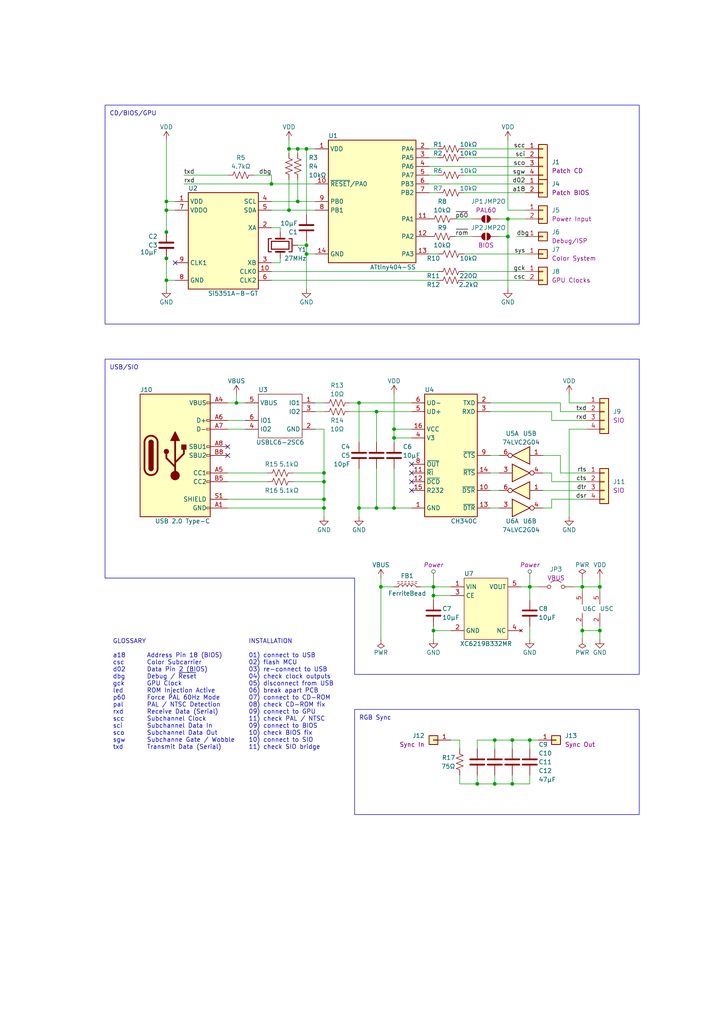
<source format=kicad_sch>
(kicad_sch (version 20231120) (generator "eeschema") (generator_version "8.0")
  (paper "A4" portrait)
  (title_block (title "PSX Modchip") (date "2024-07-09") (rev "0") (company "Ashlyn Black"))
  (lib_symbols
    (symbol "Ashlyns_Symbols:PWR" (power) (pin_numbers hide) (pin_names (offset 0) hide)
      (property "Value" "PWR" (at 0 3.81 0))
      (symbol "PWR_0_0"
        (pin power_out line (at 0 0 90) (length 0) (name "pwr") (number "1"))
      )
    )
    (symbol "Connector_Generic:Conn_01x01" (pin_names (offset 1.016) hide)
      (property "Reference" "J" (at 0 2.54 0))
      (property "Value" "Conn_01x01" (at 0 -2.54 0))
      (symbol "Conn_01x01_1_1"
        (pin passive line (at -5.08 0 0) (length 3.81) (name "Pin_1") (number "1"))
      )
    )
    (symbol "Connector_Generic:Conn_01x02" (pin_names (offset 1.016) hide)
      (property "Reference" "J" (at 0 2.54 0))
      (property "Value" "Conn_01x02" (at 0 -5.08 0))
      (symbol "Conn_01x02_1_1"
        (pin passive line (at -5.08 0 0) (length 3.81) (name "Pin_1") (number "1"))
        (pin passive line (at -5.08 -2.54 0) (length 3.81) (name "Pin_2") (number "2"))
      )
    )
    (symbol "Connector_Generic:Conn_01x04" (pin_names (offset 1.016) hide)
      (property "Reference" "J" (at 0 5.08 0))
      (property "Value" "Conn_01x04" (at 0 -7.62 0))
      (symbol "Conn_01x04_1_1"
        (pin passive line (at -5.08 2.54 0) (length 3.81) (name "Pin_1") (number "1"))
        (pin passive line (at -5.08 0 0) (length 3.81) (name "Pin_2") (number "2"))
        (pin passive line (at -5.08 -2.54 0) (length 3.81) (name "Pin_3") (number "3"))
        (pin passive line (at -5.08 -5.08 0) (length 3.81) (name "Pin_4") (number "4"))
      )
    )
    (symbol "Device:C" (pin_numbers hide) (pin_names (offset 0.254))
      (property "Reference" "C" (at 0.635 2.54 0))
      (property "Value" "C" (at 0.635 -2.54 0))
      (symbol "C_1_1"
        (pin passive line (at 0 3.81 270) (length 2.794) (name "~") (number "1"))
        (pin passive line (at 0 -3.81 90) (length 2.794) (name "~") (number "2"))
      )
    )
    (symbol "Device:L_Ferrite" (pin_numbers hide) (pin_names (offset 1.016) hide)
      (property "Reference" "L" (at -1.27 0 90))
      (property "Value" "L_Ferrite" (at 2.794 0 90))
      (symbol "L_Ferrite_1_1"
        (pin passive line (at 0 3.81 270) (length 1.27) (name "1") (number "1"))
        (pin passive line (at 0 -3.81 90) (length 1.27) (name "2") (number "2"))
      )
    )
    (symbol "Device:R_US" (pin_numbers hide) (pin_names (offset 0))
      (property "Reference" "R" (at 2.54 0 90))
      (property "Value" "R_US" (at -2.54 0 90))
      (symbol "R_US_1_1"
        (pin passive line (at 0 3.81 270) (length 1.27) (name "~") (number "1"))
        (pin passive line (at 0 -3.81 90) (length 1.27) (name "~") (number "2"))
      )
    )
    (symbol "Jumper:Jumper_2_Open" (pin_numbers hide) (pin_names (offset 0) hide) (exclude_from_sim yes)
      (property "Reference" "JP" (at 0 2.794 0))
      (property "Value" "Jumper_2_Open" (at 0 -2.286 0))
      (symbol "Jumper_2_Open_1_1"
        (pin passive line (at -5.08 0 0) (length 2.54) (name "A") (number "1"))
        (pin passive line (at 5.08 0 180) (length 2.54) (name "B") (number "2"))
      )
    )
    (symbol "Jumper:SolderJumper_2_Open" (pin_numbers hide) (pin_names (offset 0) hide) (exclude_from_sim yes) (in_bom no)
      (property "Reference" "JP" (at 0 2.032 0))
      (property "Value" "SolderJumper_2_Open" (at 0 -2.54 0))
      (symbol "SolderJumper_2_Open_1_1"
        (pin passive line (at -3.81 0 0) (length 2.54) (name "A") (number "1"))
        (pin passive line (at 3.81 0 180) (length 2.54) (name "B") (number "2"))
      )
    )
    (symbol "PSX_Mod:74LVC2G04" (pin_names hide)
      (property "Reference" "U" (at 0 1.27 0))
      (property "Value" "74LVC2G04" (at 0 -1.27 0))
      (symbol "74LVC2G04_1_0"
        (pin input line (at -6.35 0 0) (length 3.81) (name "A1") (number "1"))
        (pin output inverted (at 6.35 0 180) (length 3.81) (name "~{Y1}") (number "6"))
      )
      (symbol "74LVC2G04_2_0"
        (pin input line (at -6.35 0 0) (length 3.81) (name "A2") (number "3"))
        (pin output inverted (at 6.35 0 180) (length 3.81) (name "~{Y2}") (number "4"))
      )
      (symbol "74LVC2G04_3_0"
        (pin power_in line (at 0 -5.08 90) (length 3.81) (name "GND") (number "2"))
        (pin power_in line (at 0 5.08 270) (length 3.81) (name "VCC") (number "5"))
      )
    )
    (symbol "PSX_Mod:ATtiny404-SS"
      (property "Reference" "U" (at -12.7 16.51 0))
      (property "Value" "ATtiny404-SS" (at 12.7 -21.59 0))
      (symbol "ATtiny404-SS_1_1"
        (pin power_in line (at -16.51 12.7 0) (length 3.81) (name "VDD") (number "1"))
        (pin tri_state line (at -16.51 2.54 0) (length 3.81) (name "~{RESET}/PA0") (number "10"))
        (pin tri_state line (at 16.51 -7.62 180) (length 3.81) (name "PA1") (number "11"))
        (pin tri_state line (at 16.51 -12.7 180) (length 3.81) (name "PA2") (number "12"))
        (pin tri_state line (at 16.51 -17.78 180) (length 3.81) (name "PA3") (number "13"))
        (pin power_in line (at -16.51 -17.78 0) (length 3.81) (name "GND") (number "14"))
        (pin tri_state line (at 16.51 12.7 180) (length 3.81) (name "PA4") (number "2"))
        (pin tri_state line (at 16.51 10.16 180) (length 3.81) (name "PA5") (number "3"))
        (pin tri_state line (at 16.51 7.62 180) (length 3.81) (name "PA6") (number "4"))
        (pin tri_state line (at 16.51 5.08 180) (length 3.81) (name "PA7") (number "5"))
        (pin tri_state line (at 16.51 2.54 180) (length 3.81) (name "PB3") (number "6"))
        (pin tri_state line (at 16.51 0 180) (length 3.81) (name "PB2") (number "7"))
        (pin tri_state line (at -16.51 -5.08 0) (length 3.81) (name "PB1") (number "8"))
        (pin tri_state line (at -16.51 -2.54 0) (length 3.81) (name "PB0") (number "9"))
      )
    )
    (symbol "PSX_Mod:CH340C"
      (property "Reference" "U" (at -7.62 19.05 0))
      (property "Value" "CH340C" (at 7.62 -19.05 0))
      (symbol "CH340C_1_1"
        (pin power_in line (at -11.43 -15.24 0) (length 3.81) (name "GND") (number "1"))
        (pin input line (at 11.43 -10.16 180) (length 3.81) (name "~{DSR}") (number "10"))
        (pin input line (at -11.43 -5.08 0) (length 3.81) (name "~{RI}") (number "11"))
        (pin input line (at -11.43 -7.62 0) (length 3.81) (name "~{DCD}") (number "12"))
        (pin output line (at 11.43 -15.24 180) (length 3.81) (name "~{DTR}") (number "13"))
        (pin output line (at 11.43 -5.08 180) (length 3.81) (name "~{RTS}") (number "14"))
        (pin input line (at -11.43 -10.16 0) (length 3.81) (name "R232") (number "15"))
        (pin power_in line (at -11.43 7.62 0) (length 3.81) (name "VCC") (number "16"))
        (pin output line (at 11.43 15.24 180) (length 3.81) (name "TXD") (number "2"))
        (pin input line (at 11.43 12.7 180) (length 3.81) (name "RXD") (number "3"))
        (pin passive line (at -11.43 5.08 0) (length 3.81) (name "V3") (number "4"))
        (pin bidirectional line (at -11.43 12.7 0) (length 3.81) (name "UD+") (number "5"))
        (pin bidirectional line (at -11.43 15.24 0) (length 3.81) (name "UD-") (number "6"))
        (pin no_connect line (at -11.43 0 0) (length 3.81) hide (name "NC") (number "7"))
        (pin output line (at -11.43 -2.54 0) (length 3.81) (name "~{OUT}") (number "8"))
        (pin input line (at 11.43 0 180) (length 3.81) (name "~{CTS}") (number "9"))
      )
    )
    (symbol "PSX_Mod:Crystal" (pin_numbers hide) (pin_names (offset 1.016) hide)
      (property "Reference" "Y" (at 0 7.62 0))
      (property "Value" "Crystal" (at 0 5.08 0))
      (symbol "Crystal_1_1"
        (pin passive line (at -3.81 0 0) (length 1.27) (name "1") (number "1"))
        (pin power_in line (at 0 -5.08 90) (length 1.651) (name "GND") (number "2"))
        (pin passive line (at 3.81 0 180) (length 1.27) (name "3") (number "3"))
        (pin power_in line (at 0 -5.08 90) (length 1.651) hide (name "GND") (number "4"))
      )
    )
    (symbol "PSX_Mod:Si5351A-B-GT"
      (property "Reference" "U" (at -10.16 8.89 0))
      (property "Value" "Si5351A-B-GT" (at 10.16 -21.59 0))
      (symbol "Si5351A-B-GT_1_1"
        (pin power_in line (at -13.97 5.08 0) (length 3.81) (name "VDD") (number "1"))
        (pin output line (at 13.97 -15.24 180) (length 3.81) (name "CLK0") (number "10"))
        (pin input line (at 13.97 -2.54 180) (length 3.81) (name "XA") (number "2"))
        (pin input line (at 13.97 -12.7 180) (length 3.81) (name "XB") (number "3"))
        (pin input line (at 13.97 5.08 180) (length 3.81) (name "SCL") (number "4"))
        (pin bidirectional line (at 13.97 2.54 180) (length 3.81) (name "SDA") (number "5"))
        (pin output line (at 13.97 -17.78 180) (length 3.81) (name "CLK2") (number "6"))
        (pin power_in line (at -13.97 2.54 0) (length 3.81) (name "VDDO") (number "7"))
        (pin power_in line (at -13.97 -17.78 0) (length 3.81) (name "GND") (number "8"))
        (pin output line (at -13.97 -12.7 0) (length 3.81) (name "CLK1") (number "9"))
      )
    )
    (symbol "PSX_Mod:USBLC6_2SC6"
      (property "Reference" "U" (at -6.35 8.89 0))
      (property "Value" "USBLC6-2SC6" (at 0 -6.35 0))
      (symbol "USBLC6_2SC6_1_1"
        (pin passive line (at 10.16 5.08 180) (length 3.81) (name "IO1") (number "1"))
        (pin power_in line (at 10.16 -2.54 180) (length 3.81) (name "GND") (number "2"))
        (pin passive line (at 10.16 2.54 180) (length 3.81) (name "IO2") (number "3"))
        (pin passive line (at -10.16 -2.54 0) (length 3.81) (name "IO2") (number "4"))
        (pin power_in line (at -10.16 5.08 0) (length 3.81) (name "VBUS") (number "5"))
        (pin passive line (at -10.16 0 0) (length 3.81) (name "IO1") (number "6"))
      )
    )
    (symbol "PSX_Mod:XC6219B332MR"
      (property "Reference" "U" (at -6.35 8.89 0))
      (property "Value" "XC6219B332MR" (at 0 -11.43 0))
      (symbol "XC6219B332MR_1_1"
        (pin power_in line (at -10.16 5.08 0) (length 3.81) (name "VIN") (number "1"))
        (pin power_in line (at -10.16 -7.62 0) (length 3.81) (name "GND") (number "2"))
        (pin input line (at -10.16 2.54 0) (length 3.81) (name "CE") (number "3"))
        (pin no_connect line (at 10.16 -7.62 180) (length 3.81) (name "NC") (number "4"))
        (pin power_out line (at 10.16 5.08 180) (length 3.81) (name "VOUT") (number "5"))
      )
    )
    (symbol "USB_C_Receptacle_USB2.0_16P_1" (pin_names (offset 1.016))
      (property "Reference" "J" (at 0 22.225 0))
      (property "Value" "USB_C_Receptacle_USB2.0_16P" (at 0 19.685 0))
      (symbol "USB_C_Receptacle_USB2.0_16P_1_1_1"
        (pin passive line (at 15.24 -15.24 180) (length 5.08) (name "GND") (number "A1"))
        (pin passive line (at 15.24 -15.24 180) (length 5.08) hide (name "GND") (number "A12"))
        (pin passive line (at 15.24 15.24 180) (length 5.08) (name "VBUS") (number "A4"))
        (pin bidirectional line (at 15.24 -5.08 180) (length 5.08) (name "CC1") (number "A5"))
        (pin bidirectional line (at 15.24 10.16 180) (length 5.08) (name "D+") (number "A6"))
        (pin bidirectional line (at 15.24 7.62 180) (length 5.08) (name "D-") (number "A7"))
        (pin bidirectional line (at 15.24 2.54 180) (length 5.08) (name "SBU1") (number "A8"))
        (pin passive line (at 15.24 15.24 180) (length 5.08) hide (name "VBUS") (number "A9"))
        (pin passive line (at 15.24 -15.24 180) (length 5.08) hide (name "GND") (number "B1"))
        (pin passive line (at 15.24 -15.24 180) (length 5.08) hide (name "GND") (number "B12"))
        (pin passive line (at 15.24 15.24 180) (length 5.08) hide (name "VBUS") (number "B4"))
        (pin bidirectional line (at 15.24 -7.62 180) (length 5.08) (name "CC2") (number "B5"))
        (pin bidirectional line (at 15.24 10.16 180) (length 5.08) hide (name "D+") (number "B6"))
        (pin bidirectional line (at 15.24 7.62 180) (length 5.08) hide (name "D-") (number "B7"))
        (pin bidirectional line (at 15.24 0 180) (length 5.08) (name "SBU2") (number "B8"))
        (pin passive line (at 15.24 15.24 180) (length 5.08) hide (name "VBUS") (number "B9"))
        (pin passive line (at 15.24 -12.7 180) (length 5.08) (name "SHIELD") (number "S1"))
      )
    )
    (symbol "power:GND" (power) (pin_numbers hide) (pin_names (offset 0) hide)
      (property "Value" "GND" (at 0 -3.81 0))
      (symbol "GND_1_1"
        (pin power_in line (at 0 0 270) (length 0) (name "~") (number "1"))
      )
    )
    (symbol "power:VBUS" (power) (pin_numbers hide) (pin_names (offset 0) hide)
      (property "Value" "VBUS" (at 0 3.556 0))
      (symbol "VBUS_1_1"
        (pin power_in line (at 0 0 90) (length 0) (name "~") (number "1"))
      )
    )
    (symbol "power:VDD" (power) (pin_numbers hide) (pin_names (offset 0) hide)
      (property "Value" "VDD" (at 0 3.556 0))
      (symbol "VDD_1_1"
        (pin power_in line (at 0 0 90) (length 0) (name "~") (number "1"))
      )
    )
  )
  (junction (at 48.26 74.93))
  (junction (at 48.26 60.96))
  (junction (at 83.82 43.18))
  (junction (at 86.36 58.42))
  (junction (at 93.98 139.7))
  (junction (at 148.59 214.63))
  (junction (at 125.73 182.88))
  (junction (at 168.91 182.88))
  (junction (at 88.9 71.12))
  (junction (at 114.3 127))
  (junction (at 168.91 170.18))
  (junction (at 148.59 227.33))
  (junction (at 109.22 119.38))
  (junction (at 78.74 53.34))
  (junction (at 147.32 68.58))
  (junction (at 114.3 147.32))
  (junction (at 93.98 137.16))
  (junction (at 88.9 73.66))
  (junction (at 173.99 170.18))
  (junction (at 104.14 147.32))
  (junction (at 143.51 227.33))
  (junction (at 125.73 170.18))
  (junction (at 110.49 170.18))
  (junction (at 104.14 116.84))
  (junction (at 86.36 43.18))
  (junction (at 125.73 172.72))
  (junction (at 48.26 67.31))
  (junction (at 109.22 147.32))
  (junction (at 93.98 144.78))
  (junction (at 147.32 63.5))
  (junction (at 93.98 147.32))
  (junction (at 114.3 124.46))
  (junction (at 48.26 58.42))
  (junction (at 173.99 182.88))
  (junction (at 138.43 227.33))
  (junction (at 83.82 60.96))
  (junction (at 88.9 43.18))
  (junction (at 143.51 214.63))
  (junction (at 153.67 170.18))
  (junction (at 48.26 81.28))
  (junction (at 153.67 214.63))
  (junction (at 68.58 116.84))
  (no_connect (at 50.8 76.2))
  (no_connect (at 66.04 129.54))
  (no_connect (at 119.38 142.24))
  (no_connect (at 119.38 137.16))
  (no_connect (at 66.04 132.08))
  (no_connect (at 119.38 134.62))
  (no_connect (at 119.38 139.7))
  (wire (pts (xy 160.02 137.16) (xy 160.02 139.7)))
  (wire (pts (xy 83.82 52.07) (xy 83.82 60.96)))
  (wire (pts (xy 153.67 214.63) (xy 156.21 214.63)))
  (wire (pts (xy 168.91 170.18) (xy 173.99 170.18)))
  (wire (pts (xy 104.14 135.89) (xy 104.14 147.32)))
  (wire (pts (xy 78.74 60.96) (xy 83.82 60.96)))
  (wire (pts (xy 109.22 147.32) (xy 114.3 147.32)))
  (wire (pts (xy 142.24 142.24) (xy 144.78 142.24)))
  (wire (pts (xy 66.04 139.7) (xy 77.47 139.7)))
  (wire (pts (xy 143.51 214.63) (xy 148.59 214.63)))
  (wire (pts (xy 165.1 114.3) (xy 165.1 116.84)))
  (wire (pts (xy 68.58 114.3) (xy 68.58 116.84)))
  (wire (pts (xy 66.04 124.46) (xy 71.12 124.46)))
  (wire (pts (xy 142.24 116.84) (xy 162.56 116.84)))
  (wire (pts (xy 157.48 147.32) (xy 160.02 147.32)))
  (wire (pts (xy 48.26 74.93) (xy 48.26 81.28)))
  (wire (pts (xy 91.44 116.84) (xy 93.98 116.84)))
  (wire (pts (xy 109.22 135.89) (xy 109.22 147.32)))
  (wire (pts (xy 66.04 116.84) (xy 68.58 116.84)))
  (wire (pts (xy 86.36 52.07) (xy 86.36 58.42)))
  (wire (pts (xy 153.67 170.18) (xy 156.21 170.18)))
  (wire (pts (xy 110.49 170.18) (xy 110.49 185.42)))
  (wire (pts (xy 133.35 214.63) (xy 133.35 217.17)))
  (wire (pts (xy 78.74 76.2) (xy 81.28 76.2)))
  (wire (pts (xy 88.9 69.85) (xy 88.9 71.12)))
  (wire (pts (xy 160.02 147.32) (xy 160.02 144.78)))
  (wire (pts (xy 144.78 68.58) (xy 147.32 68.58)))
  (wire (pts (xy 78.74 53.34) (xy 91.44 53.34)))
  (wire (pts (xy 125.73 170.18) (xy 130.81 170.18)))
  (wire (pts (xy 66.04 144.78) (xy 93.98 144.78)))
  (wire (pts (xy 147.32 63.5) (xy 144.78 63.5)))
  (wire (pts (xy 66.04 137.16) (xy 77.47 137.16)))
  (wire (pts (xy 104.14 116.84) (xy 104.14 128.27)))
  (wire (pts (xy 124.46 50.8) (xy 127 50.8)))
  (wire (pts (xy 153.67 181.61) (xy 153.67 185.42)))
  (wire (pts (xy 78.74 81.28) (xy 127 81.28)))
  (wire (pts (xy 148.59 214.63) (xy 153.67 214.63)))
  (wire (pts (xy 93.98 144.78) (xy 93.98 147.32)))
  (wire (pts (xy 153.67 167.64) (xy 153.67 170.18)))
  (wire (pts (xy 88.9 73.66) (xy 91.44 73.66)))
  (wire (pts (xy 114.3 127) (xy 114.3 128.27)))
  (wire (pts (xy 133.35 224.79) (xy 133.35 227.33)))
  (wire (pts (xy 48.26 81.28) (xy 48.26 83.82)))
  (wire (pts (xy 125.73 172.72) (xy 130.81 172.72)))
  (wire (pts (xy 173.99 181.61) (xy 173.99 182.88)))
  (wire (pts (xy 83.82 44.45) (xy 83.82 43.18)))
  (wire (pts (xy 142.24 147.32) (xy 144.78 147.32)))
  (wire (pts (xy 160.02 121.92) (xy 170.18 121.92)))
  (wire (pts (xy 93.98 139.7) (xy 93.98 144.78)))
  (wire (pts (xy 138.43 214.63) (xy 143.51 214.63)))
  (wire (pts (xy 93.98 124.46) (xy 93.98 137.16)))
  (wire (pts (xy 114.3 135.89) (xy 114.3 147.32)))
  (wire (pts (xy 173.99 170.18) (xy 173.99 171.45)))
  (wire (pts (xy 91.44 119.38) (xy 93.98 119.38)))
  (wire (pts (xy 138.43 224.79) (xy 138.43 227.33)))
  (wire (pts (xy 73.66 50.8) (xy 78.74 50.8)))
  (wire (pts (xy 147.32 60.96) (xy 152.4 60.96)))
  (wire (pts (xy 101.6 119.38) (xy 109.22 119.38)))
  (wire (pts (xy 86.36 43.18) (xy 88.9 43.18)))
  (wire (pts (xy 137.16 63.5) (xy 132.08 63.5)))
  (wire (pts (xy 148.59 224.79) (xy 148.59 227.33)))
  (wire (pts (xy 93.98 147.32) (xy 93.98 149.86)))
  (polyline (pts (xy 30.48 104.14) (xy 185.42 104.14)))
  (wire (pts (xy 104.14 147.32) (xy 104.14 149.86)))
  (wire (pts (xy 157.48 137.16) (xy 160.02 137.16)))
  (wire (pts (xy 134.62 50.8) (xy 152.4 50.8)))
  (wire (pts (xy 125.73 170.18) (xy 125.73 172.72)))
  (wire (pts (xy 151.13 170.18) (xy 153.67 170.18)))
  (wire (pts (xy 130.81 182.88) (xy 125.73 182.88)))
  (wire (pts (xy 93.98 137.16) (xy 93.98 139.7)))
  (wire (pts (xy 101.6 116.84) (xy 104.14 116.84)))
  (wire (pts (xy 147.32 40.64) (xy 147.32 60.96)))
  (wire (pts (xy 86.36 71.12) (xy 88.9 71.12)))
  (wire (pts (xy 104.14 147.32) (xy 109.22 147.32)))
  (wire (pts (xy 173.99 167.64) (xy 173.99 170.18)))
  (wire (pts (xy 88.9 73.66) (xy 88.9 83.82)))
  (wire (pts (xy 168.91 170.18) (xy 168.91 171.45)))
  (wire (pts (xy 157.48 132.08) (xy 162.56 132.08)))
  (wire (pts (xy 170.18 124.46) (xy 165.1 124.46)))
  (wire (pts (xy 138.43 217.17) (xy 138.43 214.63)))
  (wire (pts (xy 88.9 71.12) (xy 88.9 73.66)))
  (wire (pts (xy 109.22 119.38) (xy 119.38 119.38)))
  (wire (pts (xy 48.26 40.64) (xy 48.26 58.42)))
  (wire (pts (xy 143.51 224.79) (xy 143.51 227.33)))
  (wire (pts (xy 110.49 167.64) (xy 110.49 170.18)))
  (wire (pts (xy 166.37 170.18) (xy 168.91 170.18)))
  (wire (pts (xy 165.1 116.84) (xy 170.18 116.84)))
  (wire (pts (xy 124.46 73.66) (xy 127 73.66)))
  (wire (pts (xy 48.26 81.28) (xy 50.8 81.28)))
  (wire (pts (xy 134.62 81.28) (xy 152.4 81.28)))
  (polyline (pts (xy 185.42 104.14) (xy 185.42 195.58)))
  (wire (pts (xy 114.3 124.46) (xy 119.38 124.46)))
  (wire (pts (xy 134.62 73.66) (xy 152.4 73.66)))
  (wire (pts (xy 114.3 127) (xy 119.38 127)))
  (wire (pts (xy 168.91 181.61) (xy 168.91 182.88)))
  (wire (pts (xy 134.62 55.88) (xy 152.4 55.88)))
  (wire (pts (xy 147.32 63.5) (xy 152.4 63.5)))
  (wire (pts (xy 81.28 66.04) (xy 81.28 67.31)))
  (wire (pts (xy 160.02 144.78) (xy 170.18 144.78)))
  (wire (pts (xy 124.46 43.18) (xy 127 43.18)))
  (wire (pts (xy 142.24 137.16) (xy 144.78 137.16)))
  (wire (pts (xy 162.56 119.38) (xy 170.18 119.38)))
  (wire (pts (xy 157.48 142.24) (xy 170.18 142.24)))
  (wire (pts (xy 68.58 116.84) (xy 71.12 116.84)))
  (wire (pts (xy 143.51 227.33) (xy 148.59 227.33)))
  (wire (pts (xy 48.26 58.42) (xy 50.8 58.42)))
  (polyline (pts (xy 185.42 195.58) (xy 102.87 195.58)))
  (wire (pts (xy 133.35 227.33) (xy 138.43 227.33)))
  (wire (pts (xy 114.3 124.46) (xy 114.3 127)))
  (wire (pts (xy 162.56 137.16) (xy 170.18 137.16)))
  (wire (pts (xy 78.74 53.34) (xy 78.74 50.8)))
  (wire (pts (xy 125.73 182.88) (xy 125.73 181.61)))
  (wire (pts (xy 78.74 66.04) (xy 81.28 66.04)))
  (wire (pts (xy 78.74 58.42) (xy 86.36 58.42)))
  (wire (pts (xy 137.16 68.58) (xy 132.08 68.58)))
  (wire (pts (xy 88.9 43.18) (xy 91.44 43.18)))
  (wire (pts (xy 147.32 68.58) (xy 147.32 83.82)))
  (wire (pts (xy 143.51 214.63) (xy 143.51 217.17)))
  (wire (pts (xy 134.62 78.74) (xy 152.4 78.74)))
  (wire (pts (xy 124.46 45.72) (xy 127 45.72)))
  (wire (pts (xy 125.73 182.88) (xy 125.73 185.42)))
  (wire (pts (xy 83.82 40.64) (xy 83.82 43.18)))
  (wire (pts (xy 124.46 48.26) (xy 152.4 48.26)))
  (wire (pts (xy 160.02 119.38) (xy 160.02 121.92)))
  (wire (pts (xy 121.92 170.18) (xy 125.73 170.18)))
  (wire (pts (xy 48.26 67.31) (xy 48.26 60.96)))
  (wire (pts (xy 86.36 43.18) (xy 86.36 44.45)))
  (wire (pts (xy 165.1 124.46) (xy 165.1 149.86)))
  (wire (pts (xy 66.04 121.92) (xy 71.12 121.92)))
  (wire (pts (xy 124.46 53.34) (xy 152.4 53.34)))
  (wire (pts (xy 149.86 68.58) (xy 152.4 68.58)))
  (wire (pts (xy 153.67 224.79) (xy 153.67 227.33)))
  (wire (pts (xy 134.62 43.18) (xy 152.4 43.18)))
  (wire (pts (xy 160.02 139.7) (xy 170.18 139.7)))
  (polyline (pts (xy 102.87 167.64) (xy 30.48 167.64)))
  (wire (pts (xy 142.24 119.38) (xy 160.02 119.38)))
  (wire (pts (xy 125.73 167.64) (xy 125.73 170.18)))
  (wire (pts (xy 162.56 116.84) (xy 162.56 119.38)))
  (wire (pts (xy 91.44 124.46) (xy 93.98 124.46)))
  (wire (pts (xy 85.09 137.16) (xy 93.98 137.16)))
  (wire (pts (xy 88.9 43.18) (xy 88.9 62.23)))
  (wire (pts (xy 162.56 132.08) (xy 162.56 137.16)))
  (wire (pts (xy 124.46 55.88) (xy 127 55.88)))
  (wire (pts (xy 86.36 58.42) (xy 91.44 58.42)))
  (wire (pts (xy 114.3 114.3) (xy 114.3 124.46)))
  (wire (pts (xy 173.99 182.88) (xy 173.99 185.42)))
  (wire (pts (xy 85.09 139.7) (xy 93.98 139.7)))
  (wire (pts (xy 53.34 53.34) (xy 78.74 53.34)))
  (wire (pts (xy 48.26 60.96) (xy 50.8 60.96)))
  (wire (pts (xy 130.81 214.63) (xy 133.35 214.63)))
  (wire (pts (xy 147.32 63.5) (xy 147.32 68.58)))
  (wire (pts (xy 48.26 60.96) (xy 48.26 58.42)))
  (wire (pts (xy 104.14 116.84) (xy 119.38 116.84)))
  (wire (pts (xy 142.24 132.08) (xy 144.78 132.08)))
  (wire (pts (xy 109.22 119.38) (xy 109.22 128.27)))
  (polyline (pts (xy 30.48 104.14) (xy 30.48 167.64)))
  (wire (pts (xy 168.91 182.88) (xy 173.99 182.88)))
  (wire (pts (xy 168.91 167.64) (xy 168.91 170.18)))
  (wire (pts (xy 81.28 76.2) (xy 81.28 74.93)))
  (wire (pts (xy 138.43 227.33) (xy 143.51 227.33)))
  (wire (pts (xy 53.34 50.8) (xy 66.04 50.8)))
  (wire (pts (xy 66.04 147.32) (xy 93.98 147.32)))
  (wire (pts (xy 83.82 43.18) (xy 86.36 43.18)))
  (wire (pts (xy 125.73 172.72) (xy 125.73 173.99)))
  (wire (pts (xy 153.67 214.63) (xy 153.67 217.17)))
  (wire (pts (xy 114.3 147.32) (xy 119.38 147.32)))
  (wire (pts (xy 134.62 45.72) (xy 152.4 45.72)))
  (wire (pts (xy 83.82 60.96) (xy 91.44 60.96)))
  (wire (pts (xy 148.59 217.17) (xy 148.59 214.63)))
  (polyline (pts (xy 102.87 195.58) (xy 102.87 167.64)))
  (wire (pts (xy 78.74 78.74) (xy 127 78.74)))
  (wire (pts (xy 153.67 170.18) (xy 153.67 173.99)))
  (wire (pts (xy 110.49 170.18) (xy 114.3 170.18)))
  (wire (pts (xy 168.91 182.88) (xy 168.91 185.42)))
  (wire (pts (xy 148.59 227.33) (xy 153.67 227.33)))
  (rectangle (start 30.48 30.48) (end 185.42 93.98))
  (rectangle (start 102.87 205.74) (end 185.42 236.22))
  (text_box "GLOSSARY\n\na18		Address Pin 18 (BIOS)\ncsc		Color Subcarrier\nd02		Data Pin 2 (BIOS)\ndbg		Debug / ~{Reset}\ngck		GPU Clock\nled		ROM Injection Active\np60		Force PAL 60Hz Mode\npal		PAL / NTSC Detection\nrxd		Receive Data (Serial)\nscc		Subchannel Clock\nsci		Subchannel Data In\nsco		Subchannel Data Out\nsgw		Subchanne Gate / Wobble\ntxd		Transmit Data (Serial)" (at 31.75 184.15 0) (size 38.1 34.29) (stroke (width -0.0001)) (effects (font (size 1.27 1.27)) (justify left top)))
  (text_box "INSTALLATION\n\n01) connect to USB\n02) flash MCU\n03) re-connect to USB\n04) check clock outputs\n05) disconnect from USB\n06) break apart PCB\n07) connect to CD-ROM\n08) check CD-ROM fix\n09) connect to GPU\n11) check PAL / NTSC\n09) connect to BIOS\n10) check BIOS fix\n10) connect to SIO\n11) check SIO bridge" (at 71.12 184.15 0) (size 38.1 34.29) (stroke (width -0.0001)) (effects (font (size 1.27 1.27)) (justify left top)))
  (text "CD/BIOS/GPU" (at 31.75 33.02 0) (effects (font (size 1.27 1.27)) (justify left)))
  (text "USB/SIO" (at 31.75 106.68 0) (effects (font (size 1.27 1.27)) (justify left)))
  (text "RGB Sync" (at 104.14 208.28 0) (effects (font (size 1.27 1.27)) (justify left)))
  (label "d02" (at 152.4 53.34 180))
  (label "cts" (at 170.18 139.7 180))
  (label "~{rom}" (at 132.08 68.58 0))
  (label "sgw" (at 152.4 50.8 180))
  (label "gck" (at 152.4 78.74 180))
  (label "rts" (at 170.18 137.16 180))
  (label "sys" (at 152.4 73.66 180))
  (label "dsr" (at 170.18 144.78 180))
  (label "a18" (at 152.4 55.88 180))
  (label "rxd" (at 53.34 53.34 0))
  (label "txd" (at 53.34 50.8 0))
  (label "~{p60}" (at 132.08 63.5 0))
  (label "sco" (at 152.4 48.26 180))
  (label "rxd" (at 170.18 121.92 180))
  (label "dbg" (at 149.86 68.58 0))
  (label "dtr" (at 170.18 142.24 180))
  (label "dbg" (at 78.74 50.8 180))
  (label "sci" (at 152.4 45.72 180))
  (label "scc" (at 152.4 43.18 180))
  (label "txd" (at 170.18 119.38 180))
  (label "csc" (at 152.4 81.28 180))
  (netclass_flag "" (length 1.905) (shape round) (at 153.67 167.64 0) (property "Netclass" "Power" (at 153.67 163.83 0) (effects (font (italic yes)))))
  (netclass_flag "" (length 1.905) (shape round) (at 125.73 167.64 0) (property "Netclass" "Power" (at 125.73 163.83 0) (effects (font (italic yes)))))
  (symbol (lib_id "Connector_Generic:Conn_01x02") (at 157.48 78.74 0) (unit 1) (in_bom no)
    (property "Reference" "J8" (at 160.02 78.74 0) (effects (justify left)))
    (property "Value" "Conn_01x02" (effects (hide yes)))
    (property "Footprint" "PSX_Mod:CONN-SMD_2P" (effects (hide yes)))
    (property "Description" "Generic connector, single row, 01x02, script generated (kicad-library-utils/schlib/autogen/connector/)" (effects (hide yes)))
    (property "Function" "GPU Clocks" (at 160.02 81.28 0) (effects (justify left)))
  )
  (symbol (lib_id "PSX_Mod:CH340C") (at 130.81 132.08 0) (unit 1)
    (property "Reference" "U4" (at 123.19 113.03 0) (effects (justify left)))
    (property "Value" "CH340C" (at 138.43 151.13 0) (effects (justify right)))
    (property "Footprint" "Package_SO:SOIC-16_3.9x9.9mm_P1.27mm" (effects (hide yes)))
    (property "Description" "USB serial converter, UART, SOIC-16" (effects (hide yes)))
  )
  (symbol (lib_id "power:VBUS") (at 110.49 167.64 0) (unit 1)
    (property "Reference" "#PWR013" (effects (hide yes)))
    (property "Value" "VBUS" (at 110.49 163.83 0))
    (property "Description" "Power symbol creates a global label with name \"VBUS\"" (effects (hide yes)))
  )
  (symbol (lib_id "power:GND") (at 125.73 185.42 0) (unit 1)
    (property "Reference" "#PWR015" (effects (hide yes)))
    (property "Value" "GND" (at 125.73 189.23 0))
    (property "Description" "Power symbol creates a global label with name \"GND\" , ground" (effects (hide yes)))
  )
  (symbol (lib_id "power:VDD") (at 83.82 40.64 0) (unit 1)
    (property "Reference" "#PWR02" (effects (hide yes)))
    (property "Value" "VDD" (at 83.82 36.83 0))
    (property "Description" "Power symbol creates a global label with name \"VDD\"" (effects (hide yes)))
  )
  (symbol (lib_id "power:VDD") (at 165.1 114.3 0) (unit 1)
    (property "Reference" "#PWR09" (effects (hide yes)))
    (property "Value" "VDD" (at 165.1 110.49 0))
    (property "Description" "Power symbol creates a global label with name \"VDD\"" (effects (hide yes)))
  )
  (symbol (lib_id "power:VDD") (at 48.26 40.64 0) (unit 1)
    (property "Reference" "#PWR01" (effects (hide yes)))
    (property "Value" "VDD" (at 48.26 36.83 0))
    (property "Description" "Power symbol creates a global label with name \"VDD\"" (effects (hide yes)))
  )
  (symbol (lib_id "Connector_Generic:Conn_01x01") (at 125.73 214.63 0) (mirror y) (unit 1) (in_bom no)
    (property "Reference" "J12" (at 123.19 213.36 0) (effects (justify left)))
    (property "Value" "Conn_01x01" (effects (hide yes)))
    (property "Footprint" "PSX_Mod:CONN-SMD_1P" (effects (hide yes)))
    (property "Description" "Generic connector, single row, 01x01, script generated (kicad-library-utils/schlib/autogen/connector/)" (effects (hide yes)))
    (property "Function" "Sync In" (at 123.19 215.9 0) (effects (justify left)))
  )
  (symbol (lib_id "PSX_Mod:74LVC2G04") (at 151.13 147.32 0) (unit 2)
    (property "Reference" "U6" (at 153.67 151.13 0))
    (property "Value" "74LVC2G04" (effects (hide yes)))
    (property "Footprint" "Package_TO_SOT_SMD:SOT-23-6" (effects (hide yes)))
    (property "Description" "Dual Inverter" (effects (hide yes)))
  )
  (symbol (lib_id "Device:R_US") (at 69.85 50.8 90) (unit 1)
    (property "Reference" "R5" (at 69.85 45.72 90))
    (property "Value" "4.7kΩ" (at 69.85 48.26 90))
    (property "Footprint" "Resistor_SMD:R_0603_1608Metric_Pad0.98x0.95mm_HandSolder" (effects (hide yes)))
    (property "Description" "Resistor, US symbol" (effects (hide yes)))
  )
  (symbol (lib_id "Ashlyns_Symbols:PWR") (at 110.49 185.42 180) (unit 1)
    (property "Reference" "#FLG02" (effects (hide yes)))
    (property "Value" "PWR" (at 110.49 189.23 0))
    (property "Description" "Special symbol for telling ERC where power comes from" (effects (hide yes)))
  )
  (symbol (lib_id "Device:C") (at 143.51 220.98 0) (unit 1)
    (property "Reference" "C10" (at 156.21 218.44 0) (effects (justify left)))
    (property "Value" "47µF" (effects (hide yes)))
    (property "Footprint" "Capacitor_SMD:C_1206_3216Metric_Pad1.33x1.80mm_HandSolder" (effects (hide yes)))
    (property "Description" "Unpolarized capacitor" (effects (hide yes)))
  )
  (symbol (lib_id "Device:C") (at 125.73 177.8 0) (unit 1)
    (property "Reference" "C7" (at 128.27 176.53 0) (effects (justify left)))
    (property "Value" "10µF" (at 128.27 179.07 0) (effects (justify left)))
    (property "Footprint" "Capacitor_SMD:C_0603_1608Metric_Pad1.08x0.95mm_HandSolder" (effects (hide yes)))
    (property "Description" "Unpolarized capacitor" (effects (hide yes)))
  )
  (symbol (lib_id "Device:R_US") (at 130.81 78.74 90) (unit 1)
    (property "Reference" "R11" (at 125.73 80.01 90))
    (property "Value" "220Ω" (at 135.89 80.01 90))
    (property "Footprint" "Resistor_SMD:R_0603_1608Metric_Pad0.98x0.95mm_HandSolder" (effects (hide yes)))
    (property "Description" "Resistor, US symbol" (effects (hide yes)))
  )
  (symbol (lib_id "power:VDD") (at 147.32 40.64 0) (unit 1)
    (property "Reference" "#PWR03" (effects (hide yes)))
    (property "Value" "VDD" (at 147.32 36.83 0))
    (property "Description" "Power symbol creates a global label with name \"VDD\"" (effects (hide yes)))
  )
  (symbol (lib_id "Device:R_US") (at 130.81 43.18 90) (unit 1)
    (property "Reference" "R1" (at 127 41.91 90))
    (property "Value" "10kΩ" (at 135.89 41.91 90))
    (property "Footprint" "Resistor_SMD:R_0603_1608Metric_Pad0.98x0.95mm_HandSolder" (effects (hide yes)))
    (property "Description" "Resistor, US symbol" (effects (hide yes)))
  )
  (symbol (lib_id "Device:R_US") (at 133.35 220.98 180) (unit 1)
    (property "Reference" "R17" (at 132.08 219.71 0) (effects (justify left)))
    (property "Value" "75Ω" (at 132.08 222.25 0) (effects (justify left)))
    (property "Footprint" "Resistor_SMD:R_1206_3216Metric_Pad1.30x1.75mm_HandSolder" (effects (hide yes)))
    (property "Description" "Resistor, US symbol" (effects (hide yes)))
  )
  (symbol (lib_id "power:VBUS") (at 68.58 114.3 0) (unit 1)
    (property "Reference" "#PWR07" (effects (hide yes)))
    (property "Value" "VBUS" (at 68.58 110.49 0))
    (property "Description" "Power symbol creates a global label with name \"VBUS\"" (effects (hide yes)))
  )
  (symbol (lib_id "PSX_Mod:XC6219B332MR") (at 140.97 175.26 0) (unit 1)
    (property "Reference" "U7" (at 134.62 166.37 0) (effects (justify left)))
    (property "Value" "XC6219B332MR" (at 140.97 186.69 0))
    (property "Footprint" "Package_TO_SOT_SMD:SOT-23-5" (effects (hide yes)))
  )
  (symbol (lib_id "PSX_Mod:ATtiny404-SS") (at 107.95 55.88 0) (unit 1)
    (property "Reference" "U1" (at 95.25 39.37 0) (effects (justify left)))
    (property "Value" "ATtiny404-SS" (at 120.65 77.47 0) (effects (justify right)))
    (property "Footprint" "Package_SO:SOIC-14_3.9x8.7mm_P1.27mm" (effects (hide yes)))
    (property "Datasheet" "http://ww1.microchip.com/downloads/en/DeviceDoc/50002687A.pdf" (effects (hide yes)))
    (property "Description" "20MHz, 4kB Flash, 256B SRAM, 128B EEPROM, SOIC-14" (effects (hide yes)))
  )
  (symbol (lib_id "Device:R_US") (at 130.81 81.28 90) (unit 1)
    (property "Reference" "R12" (at 125.73 82.55 90))
    (property "Value" "2.2kΩ" (at 135.89 82.55 90))
    (property "Footprint" "Resistor_SMD:R_0603_1608Metric_Pad0.98x0.95mm_HandSolder" (effects (hide yes)))
    (property "Description" "Resistor, US symbol" (effects (hide yes)))
  )
  (symbol (lib_id "Device:R_US") (at 86.36 48.26 0) (unit 1)
    (property "Reference" "R4" (at 89.535 48.26 0) (effects (justify left)))
    (property "Value" "10kΩ" (effects (hide yes)))
    (property "Footprint" "Resistor_SMD:R_0603_1608Metric_Pad0.98x0.95mm_HandSolder" (effects (hide yes)))
    (property "Description" "Resistor, US symbol" (effects (hide yes)))
  )
  (symbol (lib_id "Device:R_US") (at 128.27 63.5 90) (unit 1)
    (property "Reference" "R8" (at 128.27 58.42 90))
    (property "Value" "10kΩ" (at 128.27 60.96 90))
    (property "Footprint" "Resistor_SMD:R_0603_1608Metric_Pad0.98x0.95mm_HandSolder" (effects (hide yes)))
    (property "Description" "Resistor, US symbol" (effects (hide yes)))
  )
  (symbol (lib_id "Device:R_US") (at 97.79 116.84 90) (unit 1)
    (property "Reference" "R13" (at 97.79 111.76 90))
    (property "Value" "10Ω" (at 97.79 114.3 90))
    (property "Footprint" "Resistor_SMD:R_0603_1608Metric_Pad0.98x0.95mm_HandSolder" (effects (hide yes)))
    (property "Description" "Resistor, US symbol" (effects (hide yes)))
  )
  (symbol (lib_id "power:VDD") (at 173.99 167.64 0) (unit 1)
    (property "Reference" "#PWR014" (effects (hide yes)))
    (property "Value" "VDD" (at 173.99 163.83 0))
    (property "Description" "Power symbol creates a global label with name \"VDD\"" (effects (hide yes)))
  )
  (symbol (lib_id "power:VDD") (at 114.3 114.3 0) (unit 1)
    (property "Reference" "#PWR08" (effects (hide yes)))
    (property "Value" "VDD" (at 114.3 110.49 0))
    (property "Description" "Power symbol creates a global label with name \"VDD\"" (effects (hide yes)))
  )
  (symbol (lib_id "Connector_Generic:Conn_01x01") (at 157.48 68.58 0) (unit 1) (in_bom no)
    (property "Reference" "J6" (at 160.02 67.31 0) (effects (justify left)))
    (property "Value" "Conn_01x01" (effects (hide yes)))
    (property "Footprint" "PSX_Mod:CONN-SMD_1P" (effects (hide yes)))
    (property "Description" "Generic connector, single row, 01x01, script generated (kicad-library-utils/schlib/autogen/connector/)" (effects (hide yes)))
    (property "Function" "Debug/ISP" (at 160.02 69.85 0) (effects (justify left)))
  )
  (symbol (lib_id "PSX_Mod:74LVC2G04") (at 151.13 137.16 0) (unit 2)
    (property "Reference" "U5" (at 153.67 125.73 0))
    (property "Value" "74LVC2G04" (effects (hide yes)))
    (property "Footprint" "Package_TO_SOT_SMD:SOT-23-6" (effects (hide yes)))
    (property "Description" "Dual Inverter" (effects (hide yes)))
  )
  (symbol (lib_id "power:GND") (at 93.98 149.86 0) (unit 1)
    (property "Reference" "#PWR010" (effects (hide yes)))
    (property "Value" "GND" (at 93.98 153.67 0))
    (property "Description" "Power symbol creates a global label with name \"GND\" , ground" (effects (hide yes)))
  )
  (symbol (lib_id "Device:L_Ferrite") (at 118.11 170.18 90) (unit 1)
    (property "Reference" "FB1" (at 118.11 167.005 90))
    (property "Value" "FerriteBead" (at 118.11 172.085 90))
    (property "Footprint" "Inductor_SMD:L_1206_3216Metric_Pad1.42x1.75mm_HandSolder" (effects (hide yes)))
    (property "Description" "Inductor with ferrite core" (effects (hide yes)))
  )
  (symbol (lib_id "power:GND") (at 104.14 149.86 0) (unit 1)
    (property "Reference" "#PWR011" (effects (hide yes)))
    (property "Value" "GND" (at 104.14 153.67 0))
    (property "Description" "Power symbol creates a global label with name \"GND\" , ground" (effects (hide yes)))
  )
  (symbol (lib_id "Jumper:Jumper_2_Open") (at 161.29 170.18 0) (unit 1) (exclude_from_sim yes)
    (property "Reference" "JP3" (at 161.29 165.1 0))
    (property "Value" "Jumper_2_Open" (effects (hide yes)))
    (property "Footprint" "Jumper:SolderJumper-2_P1.3mm_Open_RoundedPad1.0x1.5mm" (effects (hide yes)))
    (property "Description" "Jumper, 2-pole, open" (effects (hide yes)))
    (property "Function" "VBUS" (at 161.29 167.64 0))
  )
  (symbol (lib_id "Device:C") (at 109.22 132.08 0) (unit 1)
    (property "Reference" "C5" (at 101.6 132.08 0) (effects (justify right)))
    (property "Value" "10pF" (effects (hide yes)))
    (property "Footprint" "Capacitor_SMD:C_0603_1608Metric_Pad1.08x0.95mm_HandSolder" (effects (hide yes)))
    (property "Description" "Unpolarized capacitor" (effects (hide yes)))
  )
  (symbol (lib_id "Jumper:SolderJumper_2_Open") (at 140.97 63.5 0) (unit 1) (exclude_from_sim yes) (in_bom no)
    (property "Reference" "JP1" (at 138.43 58.42 0))
    (property "Value" "JMP2O" (at 143.51 58.42 0))
    (property "Footprint" "Jumper:SolderJumper-2_P1.3mm_Open_RoundedPad1.0x1.5mm" (effects (hide yes)))
    (property "Description" "Solder Jumper, 2-pole, open" (effects (hide yes)))
    (property "Function" "PAL60" (at 140.97 60.96 0))
  )
  (symbol (lib_id "PSX_Mod:74LVC2G04") (at 151.13 132.08 0) (mirror y) (unit 1)
    (property "Reference" "U5" (at 148.59 125.73 0))
    (property "Value" "74LVC2G04" (at 151.13 128.27 0))
    (property "Footprint" "Package_TO_SOT_SMD:SOT-23-6" (effects (hide yes)))
    (property "Description" "Dual Inverter" (effects (hide yes)))
  )
  (symbol (lib_id "Connector_Generic:Conn_01x01") (at 161.29 214.63 0) (unit 1) (in_bom no)
    (property "Reference" "J13" (at 163.83 213.36 0) (effects (justify left)))
    (property "Value" "Conn_01x01" (effects (hide yes)))
    (property "Footprint" "PSX_Mod:CONN-SMD_1P" (effects (hide yes)))
    (property "Description" "Generic connector, single row, 01x01, script generated (kicad-library-utils/schlib/autogen/connector/)" (effects (hide yes)))
    (property "Function" "Sync Out" (at 163.83 215.9 0) (effects (justify left)))
  )
  (symbol (lib_id "Device:R_US") (at 130.81 45.72 90) (unit 1)
    (property "Reference" "R2" (at 127 44.45 90))
    (property "Value" "10kΩ" (at 135.89 44.45 90))
    (property "Footprint" "Resistor_SMD:R_0603_1608Metric_Pad0.98x0.95mm_HandSolder" (effects (hide yes)))
    (property "Description" "Resistor, US symbol" (effects (hide yes)))
  )
  (symbol (lib_id "Device:R_US") (at 81.28 139.7 90) (unit 1)
    (property "Reference" "R16" (at 78.74 142.24 90))
    (property "Value" "5.1kΩ" (at 83.82 142.24 90))
    (property "Footprint" "Resistor_SMD:R_0603_1608Metric_Pad0.98x0.95mm_HandSolder" (effects (hide yes)))
    (property "Description" "Resistor, US symbol" (effects (hide yes)))
  )
  (symbol (lib_id "PSX_Mod:74LVC2G04") (at 168.91 176.53 0) (unit 3)
    (property "Reference" "U6" (at 168.91 176.53 0) (effects (justify left)))
    (property "Value" "74LVC2G04" (effects (hide yes)))
    (property "Footprint" "Package_TO_SOT_SMD:SOT-23-6" (effects (hide yes)))
    (property "Description" "Dual Inverter" (effects (hide yes)))
  )
  (symbol (lib_id "Device:C") (at 148.59 220.98 0) (unit 1)
    (property "Reference" "C11" (at 156.21 220.98 0) (effects (justify left)))
    (property "Value" "47µF" (effects (hide yes)))
    (property "Footprint" "Capacitor_SMD:C_1206_3216Metric_Pad1.33x1.80mm_HandSolder" (effects (hide yes)))
    (property "Description" "Unpolarized capacitor" (effects (hide yes)))
  )
  (symbol (lib_id "Ashlyns_Symbols:PWR") (at 168.91 185.42 180) (unit 1)
    (property "Reference" "#FLG03" (effects (hide yes)))
    (property "Value" "PWR" (at 168.91 189.23 0))
    (property "Description" "Special symbol for telling ERC where power comes from" (effects (hide yes)))
  )
  (symbol (lib_id "PSX_Mod:USBLC6_2SC6") (at 81.28 121.92 0) (unit 1)
    (property "Reference" "U3" (at 74.93 113.03 0) (effects (justify left)))
    (property "Value" "USBLC6-2SC6" (at 81.28 128.27 0))
    (property "Footprint" "Package_TO_SOT_SMD:SOT-23-6" (effects (hide yes)))
  )
  (symbol (lib_id "Connector_Generic:Conn_01x04") (at 157.48 45.72 0) (unit 1) (in_bom no)
    (property "Reference" "J1" (at 160.02 46.99 0) (effects (justify left)))
    (property "Value" "Conn_01x04" (effects (hide yes)))
    (property "Footprint" "PSX_Mod:CONN-SMD_4P" (effects (hide yes)))
    (property "Description" "Generic connector, single row, 01x04, script generated (kicad-library-utils/schlib/autogen/connector/)" (effects (hide yes)))
    (property "Function" "Patch CD" (at 160.02 49.53 0) (effects (justify left)))
  )
  (symbol (lib_id "Device:R_US") (at 83.82 48.26 0) (unit 1)
    (property "Reference" "R3" (at 89.535 45.72 0) (effects (justify left)))
    (property "Value" "10kΩ" (at 89.535 50.8 0) (effects (justify left)))
    (property "Footprint" "Resistor_SMD:R_0603_1608Metric_Pad0.98x0.95mm_HandSolder" (effects (hide yes)))
    (property "Description" "Resistor, US symbol" (effects (hide yes)))
  )
  (symbol (lib_id "Device:R_US") (at 130.81 50.8 90) (unit 1)
    (property "Reference" "R6" (at 127 49.53 90))
    (property "Value" "10kΩ" (at 135.89 49.53 90))
    (property "Footprint" "Resistor_SMD:R_0603_1608Metric_Pad0.98x0.95mm_HandSolder" (effects (hide yes)))
    (property "Description" "Resistor, US symbol" (effects (hide yes)))
  )
  (symbol (lib_id "Device:R_US") (at 130.81 55.88 90) (unit 1)
    (property "Reference" "R7" (at 127 54.61 90))
    (property "Value" "10kΩ" (at 135.89 54.61 90))
    (property "Footprint" "Resistor_SMD:R_0603_1608Metric_Pad0.98x0.95mm_HandSolder" (effects (hide yes)))
    (property "Description" "Resistor, US symbol" (effects (hide yes)))
  )
  (symbol (lib_id "Device:R_US") (at 130.81 73.66 90) (unit 1)
    (property "Reference" "R10" (at 125.73 74.93 90))
    (property "Value" "10kΩ" (at 135.89 74.93 90))
    (property "Footprint" "Resistor_SMD:R_0603_1608Metric_Pad0.98x0.95mm_HandSolder" (effects (hide yes)))
    (property "Description" "Resistor, US symbol" (effects (hide yes)))
  )
  (symbol (lib_id "PSX_Mod:74LVC2G04") (at 173.99 176.53 0) (unit 3)
    (property "Reference" "U5" (at 173.99 176.53 0) (effects (justify left)))
    (property "Value" "74LVC2G04" (effects (hide yes)))
    (property "Footprint" "Package_TO_SOT_SMD:SOT-23-6" (effects (hide yes)))
    (property "Description" "Dual Inverter" (effects (hide yes)))
  )
  (symbol (lib_id "Device:R_US") (at 128.27 68.58 90) (unit 1)
    (property "Reference" "R9" (at 128.27 66.04 90))
    (property "Value" "10kΩ" (at 128.27 71.12 90))
    (property "Footprint" "Resistor_SMD:R_0603_1608Metric_Pad0.98x0.95mm_HandSolder" (effects (hide yes)))
    (property "Description" "Resistor, US symbol" (effects (hide yes)))
  )
  (symbol (lib_id "Jumper:SolderJumper_2_Open") (at 140.97 68.58 0) (unit 1) (exclude_from_sim yes) (in_bom no)
    (property "Reference" "JP2" (at 138.43 66.04 0))
    (property "Value" "JMP2O" (at 143.51 66.04 0))
    (property "Footprint" "Jumper:SolderJumper-2_P1.3mm_Open_RoundedPad1.0x1.5mm" (effects (hide yes)))
    (property "Description" "Solder Jumper, 2-pole, open" (effects (hide yes)))
    (property "Function" "BIOS" (at 140.97 71.12 0))
  )
  (symbol (lib_id "Device:C") (at 153.67 220.98 0) (unit 1)
    (property "Reference" "C12" (at 156.21 223.52 0) (effects (justify left)))
    (property "Value" "47µF" (effects (hide yes)))
    (property "Footprint" "Capacitor_SMD:C_1206_3216Metric_Pad1.33x1.80mm_HandSolder" (effects (hide yes)))
    (property "Description" "Unpolarized capacitor" (effects (hide yes)))
  )
  (symbol (lib_id "Device:C") (at 153.67 177.8 0) (mirror y) (unit 1)
    (property "Reference" "C8" (at 156.21 176.53 0) (effects (justify right)))
    (property "Value" "10µF" (at 156.21 179.07 0) (effects (justify right)))
    (property "Footprint" "Capacitor_SMD:C_0603_1608Metric_Pad1.08x0.95mm_HandSolder" (effects (hide yes)))
    (property "Description" "Unpolarized capacitor" (effects (hide yes)))
  )
  (symbol (lib_name "USB_C_Receptacle_USB2.0_16P_1") (lib_id "PSX_Mod:USB_C_Receptacle_USB2.0_16P") (at 50.8 132.08 0) (unit 1)
    (property "Reference" "J10" (at 40.64 113.03 0) (effects (justify left)))
    (property "Value" "USB 2.0 Type-C" (at 60.96 151.13 0) (effects (justify right)))
    (property "Footprint" "PSX_Mod:CONN-SMD_HX-TYPE-C-16PIN" (effects (hide yes)))
    (property "Datasheet" "https://www.usb.org/sites/default/files/documents/usb_type-c.zip" (effects (hide yes)))
    (property "Description" "USB 2.0-only 16P Type-C Receptacle connector" (effects (hide yes)))
  )
  (symbol (lib_id "PSX_Mod:Crystal") (at 81.28 71.12 90) (unit 1)
    (property "Reference" "Y1" (at 88.9 72.39 90) (effects (justify left)))
    (property "Value" "27MHz" (at 88.9 74.93 90) (effects (justify left)))
    (property "Footprint" "Crystal:Crystal_SMD_3225-4Pin_3.2x2.5mm" (effects (hide yes)))
    (property "Description" "Two pin crystal" (effects (hide yes)))
    (property "Load" "10pF" (effects (hide yes)))
  )
  (symbol (lib_id "Device:R_US") (at 81.28 137.16 90) (unit 1)
    (property "Reference" "R15" (at 78.74 134.62 90))
    (property "Value" "5.1kΩ" (at 83.82 134.62 90))
    (property "Footprint" "Resistor_SMD:R_0603_1608Metric_Pad0.98x0.95mm_HandSolder" (effects (hide yes)))
    (property "Description" "Resistor, US symbol" (effects (hide yes)))
  )
  (symbol (lib_id "PSX_Mod:74LVC2G04") (at 151.13 142.24 0) (mirror y) (unit 1)
    (property "Reference" "U6" (at 148.59 151.13 0))
    (property "Value" "74LVC2G04" (at 151.13 153.67 0))
    (property "Footprint" "Package_TO_SOT_SMD:SOT-23-6" (effects (hide yes)))
    (property "Description" "Dual Inverter" (effects (hide yes)))
  )
  (symbol (lib_id "power:GND") (at 88.9 83.82 0) (unit 1)
    (property "Reference" "#PWR05" (effects (hide yes)))
    (property "Value" "GND" (at 88.9 87.63 0))
    (property "Description" "Power symbol creates a global label with name \"GND\" , ground" (effects (hide yes)))
  )
  (symbol (lib_id "power:GND") (at 48.26 83.82 0) (unit 1)
    (property "Reference" "#PWR04" (effects (hide yes)))
    (property "Value" "GND" (at 48.26 87.63 0))
    (property "Description" "Power symbol creates a global label with name \"GND\" , ground" (effects (hide yes)))
  )
  (symbol (lib_id "power:GND") (at 165.1 149.86 0) (unit 1)
    (property "Reference" "#PWR012" (effects (hide yes)))
    (property "Value" "GND" (at 165.1 153.67 0))
    (property "Description" "Power symbol creates a global label with name \"GND\" , ground" (effects (hide yes)))
  )
  (symbol (lib_id "Device:C") (at 48.26 71.12 0) (unit 1)
    (property "Reference" "C2" (at 45.72 68.58 0) (effects (justify right)))
    (property "Value" "10µF" (at 45.72 72.39 0) (effects (justify right top)))
    (property "Footprint" "Capacitor_SMD:C_0603_1608Metric_Pad1.08x0.95mm_HandSolder" (effects (hide yes)))
    (property "Description" "Unpolarized capacitor" (effects (hide yes)))
    (property "Proximity" "PLL" (effects (hide yes)))
  )
  (symbol (lib_id "Device:C") (at 114.3 132.08 0) (mirror y) (unit 1)
    (property "Reference" "C6" (at 116.84 129.54 0) (effects (justify right)))
    (property "Value" "10µF" (at 116.84 132.08 0) (effects (justify right)))
    (property "Footprint" "Capacitor_SMD:C_0603_1608Metric_Pad1.08x0.95mm_HandSolder" (effects (hide yes)))
    (property "Description" "Unpolarized capacitor" (effects (hide yes)))
  )
  (symbol (lib_id "Ashlyns_Symbols:PWR") (at 168.91 167.64 0) (mirror y) (unit 1)
    (property "Reference" "#FLG01" (effects (hide yes)))
    (property "Value" "PWR" (at 168.91 163.83 0))
    (property "Description" "Special symbol for telling ERC where power comes from" (effects (hide yes)))
  )
  (symbol (lib_id "Device:C") (at 88.9 66.04 0) (unit 1)
    (property "Reference" "C1" (at 86.36 67.31 0) (effects (justify right)))
    (property "Value" "10µF" (at 86.36 64.77 0) (effects (justify right)))
    (property "Footprint" "Capacitor_SMD:C_0603_1608Metric_Pad1.08x0.95mm_HandSolder" (effects (hide yes)))
    (property "Description" "Unpolarized capacitor" (effects (hide yes)))
  )
  (symbol (lib_id "power:GND") (at 153.67 185.42 0) (unit 1)
    (property "Reference" "#PWR016" (effects (hide yes)))
    (property "Value" "GND" (at 153.67 189.23 0))
    (property "Description" "Power symbol creates a global label with name \"GND\" , ground" (effects (hide yes)))
  )
  (symbol (lib_id "Device:R_US") (at 97.79 119.38 90) (unit 1)
    (property "Reference" "R14" (at 97.79 121.92 90))
    (property "Value" "10Ω" (at 97.79 124.46 90))
    (property "Footprint" "Resistor_SMD:R_0603_1608Metric_Pad0.98x0.95mm_HandSolder" (effects (hide yes)))
    (property "Description" "Resistor, US symbol" (effects (hide yes)))
  )
  (symbol (lib_id "power:GND") (at 147.32 83.82 0) (unit 1)
    (property "Reference" "#PWR06" (effects (hide yes)))
    (property "Value" "GND" (at 147.32 87.63 0))
    (property "Description" "Power symbol creates a global label with name \"GND\" , ground" (effects (hide yes)))
  )
  (symbol (lib_id "power:GND") (at 173.99 185.42 0) (unit 1)
    (property "Reference" "#PWR017" (effects (hide yes)))
    (property "Value" "GND" (at 173.99 189.23 0))
    (property "Description" "Power symbol creates a global label with name \"GND\" , ground" (effects (hide yes)))
  )
  (symbol (lib_id "Connector_Generic:Conn_01x02") (at 157.48 60.96 0) (unit 1) (in_bom no)
    (property "Reference" "J5" (at 160.02 60.96 0) (effects (justify left)))
    (property "Value" "Conn_01x02" (effects (hide yes)))
    (property "Footprint" "PSX_Mod:CONN-SMD_2P" (effects (hide yes)))
    (property "Description" "Generic connector, single row, 01x02, script generated (kicad-library-utils/schlib/autogen/connector/)" (effects (hide yes)))
    (property "Function" "Power Input" (at 160.02 63.5 0) (effects (justify left)))
  )
  (symbol (lib_id "Connector_Generic:Conn_01x02") (at 157.48 53.34 0) (unit 1) (in_bom no)
    (property "Reference" "J4" (at 160.02 53.34 0) (effects (justify left)))
    (property "Value" "Conn_01x02" (effects (hide yes)))
    (property "Footprint" "PSX_Mod:CONN-SMD_2P" (effects (hide yes)))
    (property "Description" "Generic connector, single row, 01x02, script generated (kicad-library-utils/schlib/autogen/connector/)" (effects (hide yes)))
    (property "Function" "Patch BIOS" (at 160.02 55.88 0) (effects (justify left)))
  )
  (symbol (lib_id "Connector_Generic:Conn_01x01") (at 157.48 73.66 0) (unit 1) (in_bom no)
    (property "Reference" "J7" (at 160.02 72.39 0) (effects (justify left)))
    (property "Value" "Conn_01x01" (effects (hide yes)))
    (property "Footprint" "PSX_Mod:CONN-SMD_1P" (effects (hide yes)))
    (property "Description" "Generic connector, single row, 01x01, script generated (kicad-library-utils/schlib/autogen/connector/)" (effects (hide yes)))
    (property "Function" "Color System" (at 160.02 74.93 0) (effects (justify left)))
  )
  (symbol (lib_id "Device:C") (at 104.14 132.08 0) (unit 1)
    (property "Reference" "C4" (at 101.6 129.54 0) (effects (justify right)))
    (property "Value" "10pF" (at 101.6 134.62 0) (effects (justify right)))
    (property "Footprint" "Capacitor_SMD:C_0603_1608Metric_Pad1.08x0.95mm_HandSolder" (effects (hide yes)))
    (property "Description" "Unpolarized capacitor" (effects (hide yes)))
  )
  (symbol (lib_id "PSX_Mod:Si5351A-B-GT") (at 64.77 63.5 0) (unit 1)
    (property "Reference" "U2" (at 54.61 54.61 0) (effects (justify left)))
    (property "Value" "Si5351A-B-GT" (at 74.93 85.09 0) (effects (justify right)))
    (property "Footprint" "Package_SO:MSOP-10_3x3mm_P0.5mm" (effects (hide yes)))
    (property "Datasheet" "https://www.silabs.com/documents/public/data-sheets/Si5351-B.pdf" (effects (hide yes)))
    (property "Description" "I2C Programmable Any-Frequency CMOS Clock Generator, MSOP-8" (effects (hide yes)))
  )
  (symbol (lib_id "Connector_Generic:Conn_01x04") (at 175.26 139.7 0) (unit 1) (in_bom no)
    (property "Reference" "J11" (at 177.8 139.7 0) (effects (justify left)))
    (property "Value" "Conn_01x04" (effects (hide yes)))
    (property "Footprint" "PSX_Mod:CONN-SMD_4P" (effects (hide yes)))
    (property "Description" "Generic connector, single row, 01x04, script generated (kicad-library-utils/schlib/autogen/connector/)" (effects (hide yes)))
    (property "Function" "SIO" (at 177.8 142.24 0) (effects (justify left)))
  )
  (symbol (lib_id "Device:C") (at 138.43 220.98 0) (unit 1)
    (property "Reference" "C9" (at 156.21 215.9 0) (effects (justify left)))
    (property "Value" "47µF" (at 156.21 226.06 0) (effects (justify left)))
    (property "Footprint" "Capacitor_SMD:C_1206_3216Metric_Pad1.33x1.80mm_HandSolder" (effects (hide yes)))
    (property "Description" "Unpolarized capacitor" (effects (hide yes)))
  )
  (symbol (lib_id "Connector_Generic:Conn_01x04") (at 175.26 119.38 0) (unit 1) (in_bom no)
    (property "Reference" "J9" (at 177.8 119.38 0) (effects (justify left)))
    (property "Value" "Conn_01x04" (effects (hide yes)))
    (property "Footprint" "PSX_Mod:CONN-SMD_4P" (effects (hide yes)))
    (property "Description" "Generic connector, single row, 01x04, script generated (kicad-library-utils/schlib/autogen/connector/)" (effects (hide yes)))
    (property "Function" "SIO" (at 177.8 121.92 0) (effects (justify left)))
  )
  (symbol (lib_id "Device:C") (at 48.26 71.12 0) (unit 1)
    (property "Reference" "C3" (at 45.72 71.12 0) (effects (justify right)))
    (property "Value" "10µF" (effects (hide yes)))
    (property "Footprint" "Capacitor_SMD:C_0603_1608Metric_Pad1.08x0.95mm_HandSolder" (effects (hide yes)))
    (property "Description" "Unpolarized capacitor" (effects (hide yes)))
    (property "Proximity" "PLL" (effects (hide yes)))
  )
)
</source>
